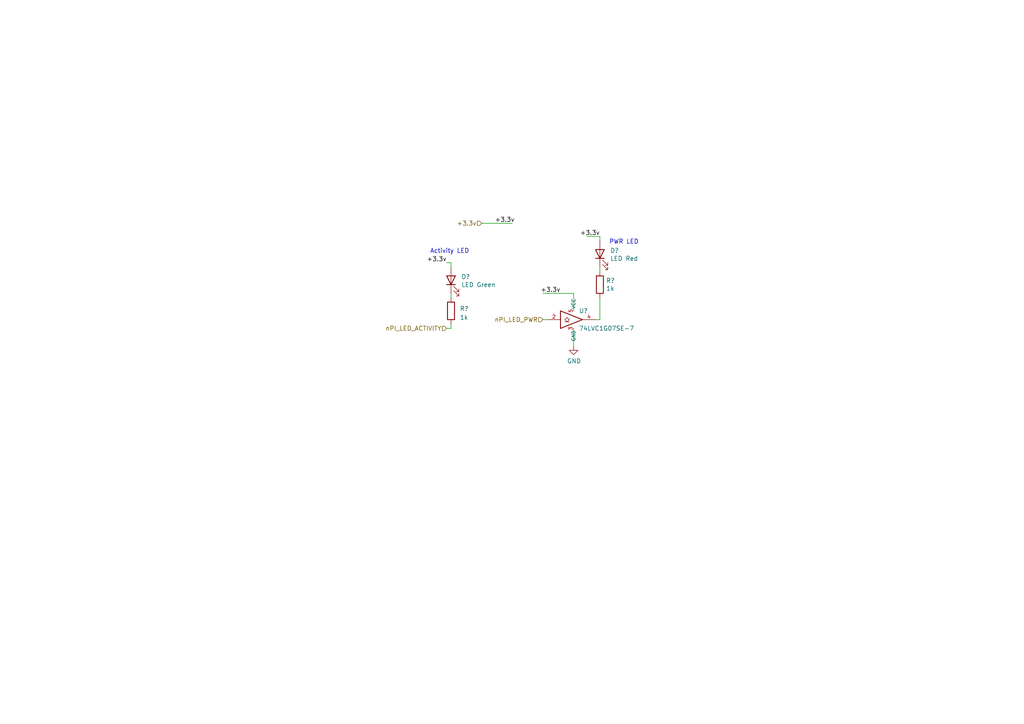
<source format=kicad_sch>
(kicad_sch (version 20210406) (generator eeschema)
  (paper "A4")
  (lib_symbols
    (symbol "CM4IO:74LVC1G07_copy"
      (property "Reference" "U" (at -2.54 3.81 0))
      (property "Value" "74LVC1G07_copy" (at 0 -3.81 0))
      (symbol "74LVC1G07_copy_0_1"
        (polyline (pts (xy -2.54 -0.635) (xy -1.27 -0.635)))
        (polyline (pts (xy -3.81 2.54) (xy -3.81 -2.54) (xy 2.54 0) (xy -3.81 2.54)) (stroke (width 0.254)))
        (polyline (pts (xy -1.905 0.635) (xy -2.54 0) (xy -1.905 -0.635) (xy -1.27 0) (xy -1.905 0.635)))
      )
      (symbol "74LVC1G07_copy_1_1"
        (pin input line (at -7.62 0 0) (length 3.81) (name "~") (number "2"))
        (pin power_in line (at 0 -2.54 270) (length 0) (name "GND") (number "3"))
        (pin open_collector line (at 6.35 0 180) (length 3.81) (name "~") (number "4"))
        (pin power_in line (at 0 2.54 90) (length 0) (name "VCC") (number "5"))
      )
    )
    (symbol "Device:LED" (pin_numbers hide) (pin_names (offset 1.016) hide)
      (property "Reference" "D" (at 0 2.54 0))
      (property "Value" "LED" (at 0 -2.54 0))
      (symbol "LED_0_1"
        (polyline (pts (xy -1.27 -1.27) (xy -1.27 1.27)) (stroke (width 0.254)))
        (polyline (pts (xy -1.27 0) (xy 1.27 0)))
        (polyline (pts (xy 1.27 -1.27) (xy 1.27 1.27) (xy -1.27 0) (xy 1.27 -1.27)) (stroke (width 0.254)))
        (polyline (pts (xy -3.048 -0.762) (xy -4.572 -2.286) (xy -3.81 -2.286) (xy -4.572 -2.286) (xy -4.572 -1.524)))
        (polyline (pts (xy -1.778 -0.762) (xy -3.302 -2.286) (xy -2.54 -2.286) (xy -3.302 -2.286) (xy -3.302 -1.524)))
      )
      (symbol "LED_1_1"
        (pin passive line (at -3.81 0 0) (length 2.54) (name "K") (number "1"))
        (pin passive line (at 3.81 0 180) (length 2.54) (name "A") (number "2"))
      )
    )
    (symbol "Device:R" (pin_numbers hide) (pin_names (offset 0))
      (property "Reference" "R" (at 2.032 0 90))
      (property "Value" "R" (at 0 0 90))
      (symbol "R_0_1"
        (rectangle (start -1.016 -2.54) (end 1.016 2.54) (stroke (width 0.254)))
      )
      (symbol "R_1_1"
        (pin passive line (at 0 3.81 270) (length 1.27) (name "~") (number "1"))
        (pin passive line (at 0 -3.81 90) (length 1.27) (name "~") (number "2"))
      )
    )
    (symbol "power:GND" (power) (pin_names (offset 0))
      (property "Value" "GND" (at 0 -3.81 0))
      (symbol "GND_0_1"
        (polyline (pts (xy 0 0) (xy 0 -1.27) (xy 1.27 -1.27) (xy 0 -2.54) (xy -1.27 -1.27) (xy 0 -1.27)))
      )
      (symbol "GND_1_1"
        (pin power_in line (at 0 0 270) (length 0) hide (name "GND") (number "1"))
      )
    )
  )
  (wire (pts (xy 129.54 76.2) (xy 130.81 76.2)))
  (wire (pts (xy 129.54 95.25) (xy 130.81 95.25)))
  (wire (pts (xy 130.81 77.47) (xy 130.81 76.2)))
  (wire (pts (xy 130.81 85.09) (xy 130.81 86.36)))
  (wire (pts (xy 130.81 93.98) (xy 130.81 95.25)))
  (wire (pts (xy 139.7 64.77) (xy 148.59 64.77)))
  (wire (pts (xy 157.48 92.71) (xy 158.75 92.71)))
  (wire (pts (xy 166.37 85.09) (xy 157.48 85.09)))
  (wire (pts (xy 166.37 90.17) (xy 166.37 85.09)))
  (wire (pts (xy 166.37 95.25) (xy 166.37 100.33)))
  (wire (pts (xy 173.99 68.58) (xy 170.18 68.58)))
  (wire (pts (xy 173.99 69.85) (xy 173.99 68.58)))
  (wire (pts (xy 173.99 77.47) (xy 173.99 78.74)))
  (wire (pts (xy 173.99 86.36) (xy 173.99 92.71)))
  (wire (pts (xy 173.99 92.71) (xy 172.72 92.71)))
  (text "Activity LED" (at 124.714 73.66 0) (effects (font (size 1.27 1.27)) (justify left bottom)))
  (text "PWR LED" (at 176.657 70.993 0) (effects (font (size 1.27 1.27)) (justify left bottom)))
  (label "+3.3v" (at 129.54 76.2 180))
  (label "+3.3v" (at 143.51 64.77 0))
  (label "+3.3v" (at 162.56 85.09 180))
  (label "+3.3v" (at 173.99 68.58 180))
  (hierarchical_label "nPI_LED_ACTIVITY" (shape input) (at 129.54 95.25 180))
  (hierarchical_label "+3.3v" (shape input) (at 139.7 64.77 180))
  (hierarchical_label "nPI_LED_PWR" (shape input) (at 157.48 92.71 180))
  (symbol (lib_id "power:GND") (at 166.37 100.33 0) (unit 1)
    (property "Reference" "#PWR?" (effects hide))
    (property "Value" "GND" (at 166.497 104.7242 0))
  )
  (symbol (lib_id "Device:R") (at 130.81 90.17 0) (unit 1)
    (property "Reference" "R?" (at 133.35 89.5349 0) (effects (justify left)))
    (property "Value" "1k" (at 133.35 92.0749 0) (effects (justify left)))
    (property "Footprint" "Resistor_SMD:R_0603_1608Metric" (effects hide))
  )
  (symbol (lib_id "Device:R") (at 173.99 82.55 0) (unit 1)
    (property "Reference" "R?" (at 175.768 81.3816 0) (effects (justify left)))
    (property "Value" "1k" (at 175.768 83.693 0) (effects (justify left)))
    (property "Footprint" "Resistor_SMD:R_0603_1608Metric" (effects hide))
  )
  (symbol (lib_id "Device:LED") (at 130.81 81.28 90) (unit 1)
    (property "Reference" "D?" (at 133.7818 80.2894 90) (effects (justify right)))
    (property "Value" "LED Green" (at 133.7818 82.6008 90) (effects (justify right)))
    (property "Footprint" "LED_SMD:LED_0603_1608Metric" (effects hide))
  )
  (symbol (lib_id "Device:LED") (at 173.99 73.66 90) (unit 1)
    (property "Reference" "D?" (at 176.9618 72.6694 90) (effects (justify right)))
    (property "Value" "LED Red" (at 176.9618 74.9808 90) (effects (justify right)))
    (property "Footprint" "LED_SMD:LED_0603_1608Metric" (effects hide))
  )
  (symbol (lib_id "CM4IO:74LVC1G07_copy") (at 166.37 92.71 0) (unit 1)
    (property "Reference" "U?" (at 167.894 90.17 0) (effects (justify left)))
    (property "Value" "74LVC1G07SE-7" (at 167.894 95.25 0) (effects (justify left)))
    (property "Footprint" "Package_TO_SOT_SMD:SOT-353_SC-70-5" (effects hide))
    (property "Datasheet" "https://www.diodes.com/assets/Datasheets/74LVC1G07.pdf" (effects hide))
    (property "Field4" "Farnell" (effects hide))
    (property "Field5" "2425492" (effects hide))
    (property "Field6" "74LVC1G07SE-7" (effects hide))
    (property "Field7" "Diodes" (effects hide))
    (property "Part Description" "Buffer, Non-Inverting 1 Element 1 Bit per Element Open Drain Output SOT-353" (effects hide))
  )
)
</source>
